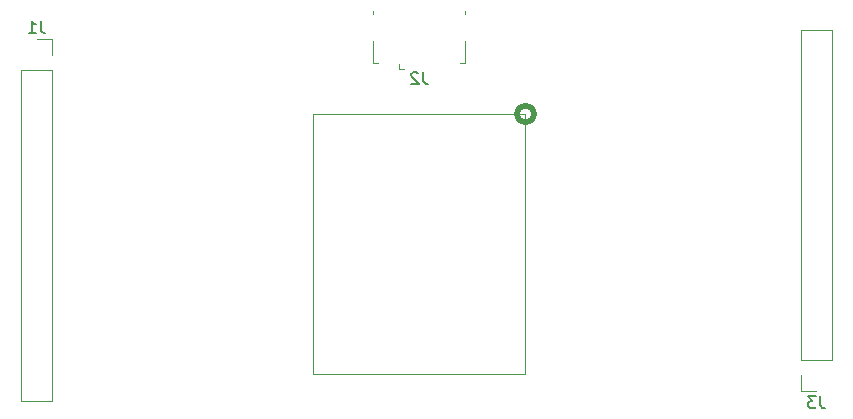
<source format=gbr>
G04 #@! TF.FileFunction,Legend,Bot*
%FSLAX46Y46*%
G04 Gerber Fmt 4.6, Leading zero omitted, Abs format (unit mm)*
G04 Created by KiCad (PCBNEW 4.0.4-stable) date 07/06/18 22:55:52*
%MOMM*%
%LPD*%
G01*
G04 APERTURE LIST*
%ADD10C,0.100000*%
%ADD11C,0.120000*%
%ADD12C,0.500000*%
%ADD13C,0.150000*%
G04 APERTURE END LIST*
D10*
D11*
X103950000Y-98620000D02*
X101290000Y-98620000D01*
X103950000Y-70620000D02*
X103950000Y-98620000D01*
X101290000Y-70620000D02*
X101290000Y-98620000D01*
X103950000Y-70620000D02*
X101290000Y-70620000D01*
X103950000Y-69350000D02*
X103950000Y-68020000D01*
X103950000Y-68020000D02*
X102620000Y-68020000D01*
X131100000Y-70000000D02*
X131550000Y-70000000D01*
X131100000Y-68150000D02*
X131100000Y-70000000D01*
X138900000Y-65600000D02*
X138900000Y-65850000D01*
X131100000Y-65600000D02*
X131100000Y-65850000D01*
X138900000Y-68150000D02*
X138900000Y-70000000D01*
X138900000Y-70000000D02*
X138450000Y-70000000D01*
X133300000Y-70550000D02*
X133750000Y-70550000D01*
X133300000Y-70550000D02*
X133300000Y-70100000D01*
D12*
X144707107Y-74350000D02*
G75*
G03X144707107Y-74350000I-707107J0D01*
G01*
D10*
X144000000Y-96350000D02*
X144000000Y-74350000D01*
X126000000Y-96350000D02*
X144000000Y-96350000D01*
X126000000Y-74350000D02*
X126000000Y-96350000D01*
X144000000Y-74350000D02*
X126000000Y-74350000D01*
D11*
X167290000Y-67200000D02*
X169950000Y-67200000D01*
X167290000Y-95200000D02*
X167290000Y-67200000D01*
X169950000Y-95200000D02*
X169950000Y-67200000D01*
X167290000Y-95200000D02*
X169950000Y-95200000D01*
X167290000Y-96470000D02*
X167290000Y-97800000D01*
X167290000Y-97800000D02*
X168620000Y-97800000D01*
D13*
X102953333Y-66472381D02*
X102953333Y-67186667D01*
X103000953Y-67329524D01*
X103096191Y-67424762D01*
X103239048Y-67472381D01*
X103334286Y-67472381D01*
X101953333Y-67472381D02*
X102524762Y-67472381D01*
X102239048Y-67472381D02*
X102239048Y-66472381D01*
X102334286Y-66615238D01*
X102429524Y-66710476D01*
X102524762Y-66758095D01*
X135333333Y-70802381D02*
X135333333Y-71516667D01*
X135380953Y-71659524D01*
X135476191Y-71754762D01*
X135619048Y-71802381D01*
X135714286Y-71802381D01*
X134904762Y-70897619D02*
X134857143Y-70850000D01*
X134761905Y-70802381D01*
X134523809Y-70802381D01*
X134428571Y-70850000D01*
X134380952Y-70897619D01*
X134333333Y-70992857D01*
X134333333Y-71088095D01*
X134380952Y-71230952D01*
X134952381Y-71802381D01*
X134333333Y-71802381D01*
X168953333Y-98252381D02*
X168953333Y-98966667D01*
X169000953Y-99109524D01*
X169096191Y-99204762D01*
X169239048Y-99252381D01*
X169334286Y-99252381D01*
X168572381Y-98252381D02*
X167953333Y-98252381D01*
X168286667Y-98633333D01*
X168143809Y-98633333D01*
X168048571Y-98680952D01*
X168000952Y-98728571D01*
X167953333Y-98823810D01*
X167953333Y-99061905D01*
X168000952Y-99157143D01*
X168048571Y-99204762D01*
X168143809Y-99252381D01*
X168429524Y-99252381D01*
X168524762Y-99204762D01*
X168572381Y-99157143D01*
M02*

</source>
